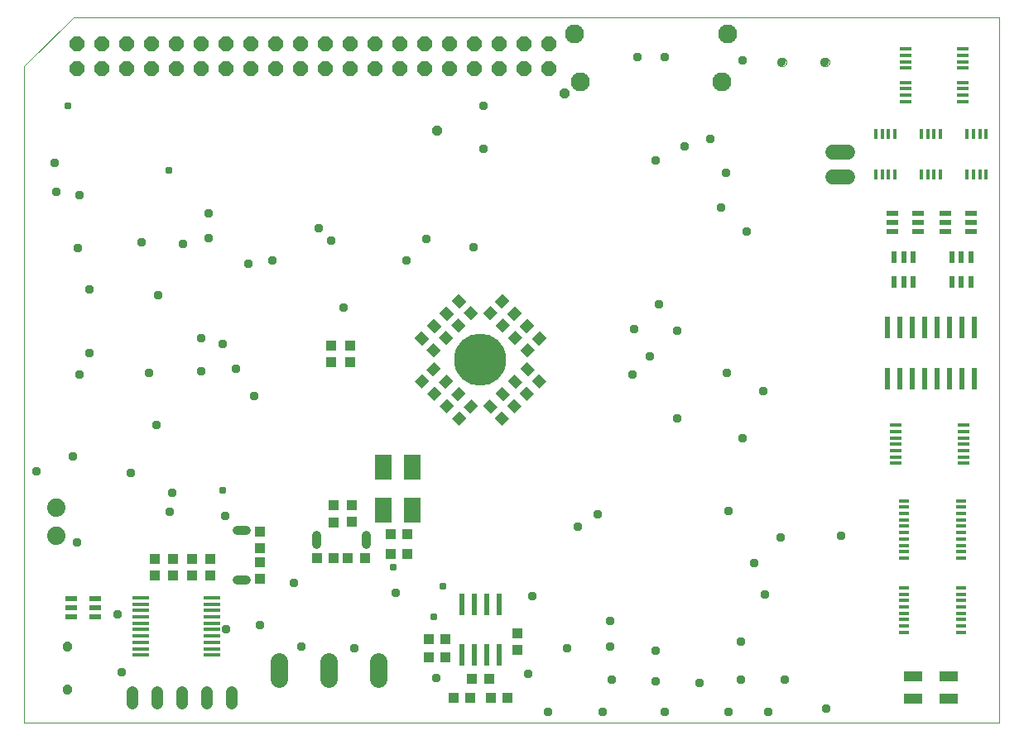
<source format=gbs>
G75*
%MOIN*%
%OFA0B0*%
%FSLAX25Y25*%
%IPPOS*%
%LPD*%
%AMOC8*
5,1,8,0,0,1.08239X$1,22.5*
%
%ADD10C,0.00000*%
%ADD11R,0.04331X0.03937*%
%ADD12R,0.03937X0.04331*%
%ADD13R,0.04921X0.01969*%
%ADD14C,0.21000*%
%ADD15R,0.02362X0.08661*%
%ADD16C,0.03778*%
%ADD17C,0.07050*%
%ADD18R,0.06600X0.01700*%
%ADD19R,0.07087X0.10236*%
%ADD20C,0.03543*%
%ADD21OC8,0.06000*%
%ADD22C,0.07677*%
%ADD23C,0.04800*%
%ADD24C,0.06000*%
%ADD25C,0.07400*%
%ADD26R,0.04724X0.01378*%
%ADD27R,0.01772X0.03937*%
%ADD28R,0.04803X0.02441*%
%ADD29R,0.02441X0.04803*%
%ADD30R,0.04724X0.01575*%
%ADD31R,0.03900X0.01200*%
%ADD32R,0.07480X0.04331*%
%ADD33OC8,0.03543*%
%ADD34OC8,0.04134*%
%ADD35OC8,0.02953*%
D10*
X0007350Y0002825D02*
X0007350Y0267340D01*
X0027035Y0287025D01*
X0399962Y0287025D01*
X0399962Y0002825D01*
X0007350Y0002825D01*
X0022728Y0016214D02*
X0022730Y0016298D01*
X0022736Y0016381D01*
X0022746Y0016464D01*
X0022760Y0016547D01*
X0022777Y0016629D01*
X0022799Y0016710D01*
X0022824Y0016789D01*
X0022853Y0016868D01*
X0022886Y0016945D01*
X0022922Y0017020D01*
X0022962Y0017094D01*
X0023005Y0017166D01*
X0023052Y0017235D01*
X0023102Y0017302D01*
X0023155Y0017367D01*
X0023211Y0017429D01*
X0023269Y0017489D01*
X0023331Y0017546D01*
X0023395Y0017599D01*
X0023462Y0017650D01*
X0023531Y0017697D01*
X0023602Y0017742D01*
X0023675Y0017782D01*
X0023750Y0017819D01*
X0023827Y0017853D01*
X0023905Y0017883D01*
X0023984Y0017909D01*
X0024065Y0017932D01*
X0024147Y0017950D01*
X0024229Y0017965D01*
X0024312Y0017976D01*
X0024395Y0017983D01*
X0024479Y0017986D01*
X0024563Y0017985D01*
X0024646Y0017980D01*
X0024730Y0017971D01*
X0024812Y0017958D01*
X0024894Y0017942D01*
X0024975Y0017921D01*
X0025056Y0017897D01*
X0025134Y0017869D01*
X0025212Y0017837D01*
X0025288Y0017801D01*
X0025362Y0017762D01*
X0025434Y0017720D01*
X0025504Y0017674D01*
X0025572Y0017625D01*
X0025637Y0017573D01*
X0025700Y0017518D01*
X0025760Y0017460D01*
X0025818Y0017399D01*
X0025872Y0017335D01*
X0025924Y0017269D01*
X0025972Y0017201D01*
X0026017Y0017130D01*
X0026058Y0017057D01*
X0026097Y0016983D01*
X0026131Y0016907D01*
X0026162Y0016829D01*
X0026189Y0016750D01*
X0026213Y0016669D01*
X0026232Y0016588D01*
X0026248Y0016506D01*
X0026260Y0016423D01*
X0026268Y0016339D01*
X0026272Y0016256D01*
X0026272Y0016172D01*
X0026268Y0016089D01*
X0026260Y0016005D01*
X0026248Y0015922D01*
X0026232Y0015840D01*
X0026213Y0015759D01*
X0026189Y0015678D01*
X0026162Y0015599D01*
X0026131Y0015521D01*
X0026097Y0015445D01*
X0026058Y0015371D01*
X0026017Y0015298D01*
X0025972Y0015227D01*
X0025924Y0015159D01*
X0025872Y0015093D01*
X0025818Y0015029D01*
X0025760Y0014968D01*
X0025700Y0014910D01*
X0025637Y0014855D01*
X0025572Y0014803D01*
X0025504Y0014754D01*
X0025434Y0014708D01*
X0025362Y0014666D01*
X0025288Y0014627D01*
X0025212Y0014591D01*
X0025134Y0014559D01*
X0025056Y0014531D01*
X0024975Y0014507D01*
X0024894Y0014486D01*
X0024812Y0014470D01*
X0024730Y0014457D01*
X0024646Y0014448D01*
X0024563Y0014443D01*
X0024479Y0014442D01*
X0024395Y0014445D01*
X0024312Y0014452D01*
X0024229Y0014463D01*
X0024147Y0014478D01*
X0024065Y0014496D01*
X0023984Y0014519D01*
X0023905Y0014545D01*
X0023827Y0014575D01*
X0023750Y0014609D01*
X0023675Y0014646D01*
X0023602Y0014686D01*
X0023531Y0014731D01*
X0023462Y0014778D01*
X0023395Y0014829D01*
X0023331Y0014882D01*
X0023269Y0014939D01*
X0023211Y0014999D01*
X0023155Y0015061D01*
X0023102Y0015126D01*
X0023052Y0015193D01*
X0023005Y0015262D01*
X0022962Y0015334D01*
X0022922Y0015408D01*
X0022886Y0015483D01*
X0022853Y0015560D01*
X0022824Y0015639D01*
X0022799Y0015718D01*
X0022777Y0015799D01*
X0022760Y0015881D01*
X0022746Y0015964D01*
X0022736Y0016047D01*
X0022730Y0016130D01*
X0022728Y0016214D01*
X0022728Y0033536D02*
X0022730Y0033620D01*
X0022736Y0033703D01*
X0022746Y0033786D01*
X0022760Y0033869D01*
X0022777Y0033951D01*
X0022799Y0034032D01*
X0022824Y0034111D01*
X0022853Y0034190D01*
X0022886Y0034267D01*
X0022922Y0034342D01*
X0022962Y0034416D01*
X0023005Y0034488D01*
X0023052Y0034557D01*
X0023102Y0034624D01*
X0023155Y0034689D01*
X0023211Y0034751D01*
X0023269Y0034811D01*
X0023331Y0034868D01*
X0023395Y0034921D01*
X0023462Y0034972D01*
X0023531Y0035019D01*
X0023602Y0035064D01*
X0023675Y0035104D01*
X0023750Y0035141D01*
X0023827Y0035175D01*
X0023905Y0035205D01*
X0023984Y0035231D01*
X0024065Y0035254D01*
X0024147Y0035272D01*
X0024229Y0035287D01*
X0024312Y0035298D01*
X0024395Y0035305D01*
X0024479Y0035308D01*
X0024563Y0035307D01*
X0024646Y0035302D01*
X0024730Y0035293D01*
X0024812Y0035280D01*
X0024894Y0035264D01*
X0024975Y0035243D01*
X0025056Y0035219D01*
X0025134Y0035191D01*
X0025212Y0035159D01*
X0025288Y0035123D01*
X0025362Y0035084D01*
X0025434Y0035042D01*
X0025504Y0034996D01*
X0025572Y0034947D01*
X0025637Y0034895D01*
X0025700Y0034840D01*
X0025760Y0034782D01*
X0025818Y0034721D01*
X0025872Y0034657D01*
X0025924Y0034591D01*
X0025972Y0034523D01*
X0026017Y0034452D01*
X0026058Y0034379D01*
X0026097Y0034305D01*
X0026131Y0034229D01*
X0026162Y0034151D01*
X0026189Y0034072D01*
X0026213Y0033991D01*
X0026232Y0033910D01*
X0026248Y0033828D01*
X0026260Y0033745D01*
X0026268Y0033661D01*
X0026272Y0033578D01*
X0026272Y0033494D01*
X0026268Y0033411D01*
X0026260Y0033327D01*
X0026248Y0033244D01*
X0026232Y0033162D01*
X0026213Y0033081D01*
X0026189Y0033000D01*
X0026162Y0032921D01*
X0026131Y0032843D01*
X0026097Y0032767D01*
X0026058Y0032693D01*
X0026017Y0032620D01*
X0025972Y0032549D01*
X0025924Y0032481D01*
X0025872Y0032415D01*
X0025818Y0032351D01*
X0025760Y0032290D01*
X0025700Y0032232D01*
X0025637Y0032177D01*
X0025572Y0032125D01*
X0025504Y0032076D01*
X0025434Y0032030D01*
X0025362Y0031988D01*
X0025288Y0031949D01*
X0025212Y0031913D01*
X0025134Y0031881D01*
X0025056Y0031853D01*
X0024975Y0031829D01*
X0024894Y0031808D01*
X0024812Y0031792D01*
X0024730Y0031779D01*
X0024646Y0031770D01*
X0024563Y0031765D01*
X0024479Y0031764D01*
X0024395Y0031767D01*
X0024312Y0031774D01*
X0024229Y0031785D01*
X0024147Y0031800D01*
X0024065Y0031818D01*
X0023984Y0031841D01*
X0023905Y0031867D01*
X0023827Y0031897D01*
X0023750Y0031931D01*
X0023675Y0031968D01*
X0023602Y0032008D01*
X0023531Y0032053D01*
X0023462Y0032100D01*
X0023395Y0032151D01*
X0023331Y0032204D01*
X0023269Y0032261D01*
X0023211Y0032321D01*
X0023155Y0032383D01*
X0023102Y0032448D01*
X0023052Y0032515D01*
X0023005Y0032584D01*
X0022962Y0032656D01*
X0022922Y0032730D01*
X0022886Y0032805D01*
X0022853Y0032882D01*
X0022824Y0032961D01*
X0022799Y0033040D01*
X0022777Y0033121D01*
X0022760Y0033203D01*
X0022746Y0033286D01*
X0022736Y0033369D01*
X0022730Y0033452D01*
X0022728Y0033536D01*
X0310592Y0269025D02*
X0310594Y0269109D01*
X0310600Y0269192D01*
X0310610Y0269275D01*
X0310624Y0269358D01*
X0310641Y0269440D01*
X0310663Y0269521D01*
X0310688Y0269600D01*
X0310717Y0269679D01*
X0310750Y0269756D01*
X0310786Y0269831D01*
X0310826Y0269905D01*
X0310869Y0269977D01*
X0310916Y0270046D01*
X0310966Y0270113D01*
X0311019Y0270178D01*
X0311075Y0270240D01*
X0311133Y0270300D01*
X0311195Y0270357D01*
X0311259Y0270410D01*
X0311326Y0270461D01*
X0311395Y0270508D01*
X0311466Y0270553D01*
X0311539Y0270593D01*
X0311614Y0270630D01*
X0311691Y0270664D01*
X0311769Y0270694D01*
X0311848Y0270720D01*
X0311929Y0270743D01*
X0312011Y0270761D01*
X0312093Y0270776D01*
X0312176Y0270787D01*
X0312259Y0270794D01*
X0312343Y0270797D01*
X0312427Y0270796D01*
X0312510Y0270791D01*
X0312594Y0270782D01*
X0312676Y0270769D01*
X0312758Y0270753D01*
X0312839Y0270732D01*
X0312920Y0270708D01*
X0312998Y0270680D01*
X0313076Y0270648D01*
X0313152Y0270612D01*
X0313226Y0270573D01*
X0313298Y0270531D01*
X0313368Y0270485D01*
X0313436Y0270436D01*
X0313501Y0270384D01*
X0313564Y0270329D01*
X0313624Y0270271D01*
X0313682Y0270210D01*
X0313736Y0270146D01*
X0313788Y0270080D01*
X0313836Y0270012D01*
X0313881Y0269941D01*
X0313922Y0269868D01*
X0313961Y0269794D01*
X0313995Y0269718D01*
X0314026Y0269640D01*
X0314053Y0269561D01*
X0314077Y0269480D01*
X0314096Y0269399D01*
X0314112Y0269317D01*
X0314124Y0269234D01*
X0314132Y0269150D01*
X0314136Y0269067D01*
X0314136Y0268983D01*
X0314132Y0268900D01*
X0314124Y0268816D01*
X0314112Y0268733D01*
X0314096Y0268651D01*
X0314077Y0268570D01*
X0314053Y0268489D01*
X0314026Y0268410D01*
X0313995Y0268332D01*
X0313961Y0268256D01*
X0313922Y0268182D01*
X0313881Y0268109D01*
X0313836Y0268038D01*
X0313788Y0267970D01*
X0313736Y0267904D01*
X0313682Y0267840D01*
X0313624Y0267779D01*
X0313564Y0267721D01*
X0313501Y0267666D01*
X0313436Y0267614D01*
X0313368Y0267565D01*
X0313298Y0267519D01*
X0313226Y0267477D01*
X0313152Y0267438D01*
X0313076Y0267402D01*
X0312998Y0267370D01*
X0312920Y0267342D01*
X0312839Y0267318D01*
X0312758Y0267297D01*
X0312676Y0267281D01*
X0312594Y0267268D01*
X0312510Y0267259D01*
X0312427Y0267254D01*
X0312343Y0267253D01*
X0312259Y0267256D01*
X0312176Y0267263D01*
X0312093Y0267274D01*
X0312011Y0267289D01*
X0311929Y0267307D01*
X0311848Y0267330D01*
X0311769Y0267356D01*
X0311691Y0267386D01*
X0311614Y0267420D01*
X0311539Y0267457D01*
X0311466Y0267497D01*
X0311395Y0267542D01*
X0311326Y0267589D01*
X0311259Y0267640D01*
X0311195Y0267693D01*
X0311133Y0267750D01*
X0311075Y0267810D01*
X0311019Y0267872D01*
X0310966Y0267937D01*
X0310916Y0268004D01*
X0310869Y0268073D01*
X0310826Y0268145D01*
X0310786Y0268219D01*
X0310750Y0268294D01*
X0310717Y0268371D01*
X0310688Y0268450D01*
X0310663Y0268529D01*
X0310641Y0268610D01*
X0310624Y0268692D01*
X0310610Y0268775D01*
X0310600Y0268858D01*
X0310594Y0268941D01*
X0310592Y0269025D01*
X0327914Y0269025D02*
X0327916Y0269109D01*
X0327922Y0269192D01*
X0327932Y0269275D01*
X0327946Y0269358D01*
X0327963Y0269440D01*
X0327985Y0269521D01*
X0328010Y0269600D01*
X0328039Y0269679D01*
X0328072Y0269756D01*
X0328108Y0269831D01*
X0328148Y0269905D01*
X0328191Y0269977D01*
X0328238Y0270046D01*
X0328288Y0270113D01*
X0328341Y0270178D01*
X0328397Y0270240D01*
X0328455Y0270300D01*
X0328517Y0270357D01*
X0328581Y0270410D01*
X0328648Y0270461D01*
X0328717Y0270508D01*
X0328788Y0270553D01*
X0328861Y0270593D01*
X0328936Y0270630D01*
X0329013Y0270664D01*
X0329091Y0270694D01*
X0329170Y0270720D01*
X0329251Y0270743D01*
X0329333Y0270761D01*
X0329415Y0270776D01*
X0329498Y0270787D01*
X0329581Y0270794D01*
X0329665Y0270797D01*
X0329749Y0270796D01*
X0329832Y0270791D01*
X0329916Y0270782D01*
X0329998Y0270769D01*
X0330080Y0270753D01*
X0330161Y0270732D01*
X0330242Y0270708D01*
X0330320Y0270680D01*
X0330398Y0270648D01*
X0330474Y0270612D01*
X0330548Y0270573D01*
X0330620Y0270531D01*
X0330690Y0270485D01*
X0330758Y0270436D01*
X0330823Y0270384D01*
X0330886Y0270329D01*
X0330946Y0270271D01*
X0331004Y0270210D01*
X0331058Y0270146D01*
X0331110Y0270080D01*
X0331158Y0270012D01*
X0331203Y0269941D01*
X0331244Y0269868D01*
X0331283Y0269794D01*
X0331317Y0269718D01*
X0331348Y0269640D01*
X0331375Y0269561D01*
X0331399Y0269480D01*
X0331418Y0269399D01*
X0331434Y0269317D01*
X0331446Y0269234D01*
X0331454Y0269150D01*
X0331458Y0269067D01*
X0331458Y0268983D01*
X0331454Y0268900D01*
X0331446Y0268816D01*
X0331434Y0268733D01*
X0331418Y0268651D01*
X0331399Y0268570D01*
X0331375Y0268489D01*
X0331348Y0268410D01*
X0331317Y0268332D01*
X0331283Y0268256D01*
X0331244Y0268182D01*
X0331203Y0268109D01*
X0331158Y0268038D01*
X0331110Y0267970D01*
X0331058Y0267904D01*
X0331004Y0267840D01*
X0330946Y0267779D01*
X0330886Y0267721D01*
X0330823Y0267666D01*
X0330758Y0267614D01*
X0330690Y0267565D01*
X0330620Y0267519D01*
X0330548Y0267477D01*
X0330474Y0267438D01*
X0330398Y0267402D01*
X0330320Y0267370D01*
X0330242Y0267342D01*
X0330161Y0267318D01*
X0330080Y0267297D01*
X0329998Y0267281D01*
X0329916Y0267268D01*
X0329832Y0267259D01*
X0329749Y0267254D01*
X0329665Y0267253D01*
X0329581Y0267256D01*
X0329498Y0267263D01*
X0329415Y0267274D01*
X0329333Y0267289D01*
X0329251Y0267307D01*
X0329170Y0267330D01*
X0329091Y0267356D01*
X0329013Y0267386D01*
X0328936Y0267420D01*
X0328861Y0267457D01*
X0328788Y0267497D01*
X0328717Y0267542D01*
X0328648Y0267589D01*
X0328581Y0267640D01*
X0328517Y0267693D01*
X0328455Y0267750D01*
X0328397Y0267810D01*
X0328341Y0267872D01*
X0328288Y0267937D01*
X0328238Y0268004D01*
X0328191Y0268073D01*
X0328148Y0268145D01*
X0328108Y0268219D01*
X0328072Y0268294D01*
X0328039Y0268371D01*
X0328010Y0268450D01*
X0327985Y0268529D01*
X0327963Y0268610D01*
X0327946Y0268692D01*
X0327932Y0268775D01*
X0327922Y0268858D01*
X0327916Y0268941D01*
X0327914Y0269025D01*
D11*
G36*
X0196719Y0172502D02*
X0199780Y0175563D01*
X0202563Y0172780D01*
X0199502Y0169719D01*
X0196719Y0172502D01*
G37*
G36*
X0191987Y0167770D02*
X0195048Y0170831D01*
X0197831Y0168048D01*
X0194770Y0164987D01*
X0191987Y0167770D01*
G37*
G36*
X0187280Y0164987D02*
X0184219Y0168048D01*
X0187002Y0170831D01*
X0190063Y0167770D01*
X0187280Y0164987D01*
G37*
G36*
X0182280Y0159987D02*
X0179219Y0163048D01*
X0182002Y0165831D01*
X0185063Y0162770D01*
X0182280Y0159987D01*
G37*
G36*
X0177280Y0154987D02*
X0174219Y0158048D01*
X0177002Y0160831D01*
X0180063Y0157770D01*
X0177280Y0154987D01*
G37*
G36*
X0172280Y0149987D02*
X0169219Y0153048D01*
X0172002Y0155831D01*
X0175063Y0152770D01*
X0172280Y0149987D01*
G37*
G36*
X0175063Y0145280D02*
X0172002Y0142219D01*
X0169219Y0145002D01*
X0172280Y0148063D01*
X0175063Y0145280D01*
G37*
G36*
X0180063Y0140280D02*
X0177002Y0137219D01*
X0174219Y0140002D01*
X0177280Y0143063D01*
X0180063Y0140280D01*
G37*
G36*
X0185063Y0135280D02*
X0182002Y0132219D01*
X0179219Y0135002D01*
X0182280Y0138063D01*
X0185063Y0135280D01*
G37*
G36*
X0190063Y0130280D02*
X0187002Y0127219D01*
X0184219Y0130002D01*
X0187280Y0133063D01*
X0190063Y0130280D01*
G37*
G36*
X0194770Y0133063D02*
X0197831Y0130002D01*
X0195048Y0127219D01*
X0191987Y0130280D01*
X0194770Y0133063D01*
G37*
G36*
X0199770Y0138063D02*
X0202831Y0135002D01*
X0200048Y0132219D01*
X0196987Y0135280D01*
X0199770Y0138063D01*
G37*
G36*
X0204770Y0143063D02*
X0207831Y0140002D01*
X0205048Y0137219D01*
X0201987Y0140280D01*
X0204770Y0143063D01*
G37*
G36*
X0209770Y0148063D02*
X0212831Y0145002D01*
X0210048Y0142219D01*
X0206987Y0145280D01*
X0209770Y0148063D01*
G37*
G36*
X0206987Y0152770D02*
X0210048Y0155831D01*
X0212831Y0153048D01*
X0209770Y0149987D01*
X0206987Y0152770D01*
G37*
G36*
X0201987Y0157770D02*
X0205048Y0160831D01*
X0207831Y0158048D01*
X0204770Y0154987D01*
X0201987Y0157770D01*
G37*
G36*
X0196987Y0162770D02*
X0200048Y0165831D01*
X0202831Y0163048D01*
X0199770Y0159987D01*
X0196987Y0162770D01*
G37*
G36*
X0201719Y0167502D02*
X0204780Y0170563D01*
X0207563Y0167780D01*
X0204502Y0164719D01*
X0201719Y0167502D01*
G37*
G36*
X0206719Y0162502D02*
X0209780Y0165563D01*
X0212563Y0162780D01*
X0209502Y0159719D01*
X0206719Y0162502D01*
G37*
G36*
X0211719Y0157502D02*
X0214780Y0160563D01*
X0217563Y0157780D01*
X0214502Y0154719D01*
X0211719Y0157502D01*
G37*
G36*
X0214502Y0143331D02*
X0217563Y0140270D01*
X0214780Y0137487D01*
X0211719Y0140548D01*
X0214502Y0143331D01*
G37*
G36*
X0209502Y0138331D02*
X0212563Y0135270D01*
X0209780Y0132487D01*
X0206719Y0135548D01*
X0209502Y0138331D01*
G37*
G36*
X0204502Y0133331D02*
X0207563Y0130270D01*
X0204780Y0127487D01*
X0201719Y0130548D01*
X0204502Y0133331D01*
G37*
G36*
X0199502Y0128331D02*
X0202563Y0125270D01*
X0199780Y0122487D01*
X0196719Y0125548D01*
X0199502Y0128331D01*
G37*
G36*
X0185331Y0125548D02*
X0182270Y0122487D01*
X0179487Y0125270D01*
X0182548Y0128331D01*
X0185331Y0125548D01*
G37*
G36*
X0180331Y0130548D02*
X0177270Y0127487D01*
X0174487Y0130270D01*
X0177548Y0133331D01*
X0180331Y0130548D01*
G37*
G36*
X0175331Y0135548D02*
X0172270Y0132487D01*
X0169487Y0135270D01*
X0172548Y0138331D01*
X0175331Y0135548D01*
G37*
G36*
X0170331Y0140548D02*
X0167270Y0137487D01*
X0164487Y0140270D01*
X0167548Y0143331D01*
X0170331Y0140548D01*
G37*
G36*
X0167548Y0154719D02*
X0164487Y0157780D01*
X0167270Y0160563D01*
X0170331Y0157502D01*
X0167548Y0154719D01*
G37*
G36*
X0172548Y0159719D02*
X0169487Y0162780D01*
X0172270Y0165563D01*
X0175331Y0162502D01*
X0172548Y0159719D01*
G37*
G36*
X0177548Y0164719D02*
X0174487Y0167780D01*
X0177270Y0170563D01*
X0180331Y0167502D01*
X0177548Y0164719D01*
G37*
G36*
X0182548Y0169719D02*
X0179487Y0172780D01*
X0182270Y0175563D01*
X0185331Y0172502D01*
X0182548Y0169719D01*
G37*
X0138525Y0154871D03*
X0138525Y0148179D03*
X0131025Y0148179D03*
X0131025Y0154871D03*
X0154989Y0078880D03*
X0161682Y0078880D03*
X0161682Y0070768D03*
X0154989Y0070768D03*
X0144371Y0069025D03*
X0137679Y0069025D03*
X0131871Y0069025D03*
X0125179Y0069025D03*
X0082275Y0068621D03*
X0082275Y0061929D03*
X0074775Y0061929D03*
X0074775Y0068621D03*
X0067275Y0068621D03*
X0067275Y0061929D03*
X0059775Y0061929D03*
X0059775Y0068621D03*
X0170179Y0029025D03*
X0176871Y0029025D03*
X0206025Y0031929D03*
X0206025Y0038621D03*
D12*
X0194371Y0020275D03*
X0187679Y0020275D03*
X0186871Y0012775D03*
X0180179Y0012775D03*
X0195179Y0012775D03*
X0201871Y0012775D03*
X0176871Y0036525D03*
X0170179Y0036525D03*
X0139257Y0083696D03*
X0139257Y0090389D03*
X0131909Y0090238D03*
X0131909Y0083545D03*
X0102275Y0079871D03*
X0102275Y0073179D03*
X0102275Y0067371D03*
X0102275Y0060679D03*
D13*
X0035946Y0052765D03*
X0035946Y0049025D03*
X0035946Y0045285D03*
X0026104Y0045285D03*
X0026104Y0049025D03*
X0026104Y0052765D03*
D14*
X0191025Y0149025D03*
D15*
X0188525Y0050511D03*
X0193525Y0050511D03*
X0198525Y0050511D03*
X0183525Y0050511D03*
X0183525Y0030039D03*
X0188525Y0030039D03*
X0193525Y0030039D03*
X0198525Y0030039D03*
X0354900Y0141426D03*
X0359900Y0141426D03*
X0364900Y0141426D03*
X0369900Y0141426D03*
X0374900Y0141426D03*
X0379900Y0141426D03*
X0384900Y0141426D03*
X0389900Y0141426D03*
X0389900Y0161899D03*
X0384900Y0161899D03*
X0379900Y0161899D03*
X0374900Y0161899D03*
X0369900Y0161899D03*
X0364900Y0161899D03*
X0359900Y0161899D03*
X0354900Y0161899D03*
D16*
X0144775Y0078414D02*
X0144775Y0074636D01*
X0124775Y0074636D02*
X0124775Y0078414D01*
X0096664Y0080275D02*
X0092886Y0080275D01*
X0092886Y0060275D02*
X0096664Y0060275D01*
D17*
X0109775Y0027550D02*
X0109775Y0020500D01*
X0129775Y0020500D02*
X0129775Y0027550D01*
X0149775Y0027550D02*
X0149775Y0020500D01*
D18*
X0082725Y0030025D03*
X0082725Y0032525D03*
X0082725Y0035125D03*
X0082725Y0037725D03*
X0082725Y0040225D03*
X0082725Y0042825D03*
X0082725Y0045325D03*
X0082725Y0047925D03*
X0082725Y0050525D03*
X0082725Y0053025D03*
X0054325Y0053025D03*
X0054325Y0050525D03*
X0054325Y0047925D03*
X0054325Y0045325D03*
X0054325Y0042825D03*
X0054325Y0040225D03*
X0054325Y0037725D03*
X0054325Y0035125D03*
X0054325Y0032525D03*
X0054325Y0030025D03*
D19*
X0151818Y0088331D03*
X0163629Y0088331D03*
X0163629Y0105654D03*
X0151818Y0105654D03*
D20*
X0024500Y0033536D03*
X0024500Y0016214D03*
X0312364Y0269025D03*
X0329686Y0269025D03*
D21*
X0218525Y0266525D03*
X0208525Y0266525D03*
X0198525Y0266525D03*
X0188525Y0266525D03*
X0178525Y0266525D03*
X0168525Y0266525D03*
X0158525Y0266525D03*
X0148525Y0266525D03*
X0138525Y0266525D03*
X0128525Y0266525D03*
X0118525Y0266525D03*
X0108525Y0266525D03*
X0098525Y0266525D03*
X0088525Y0266525D03*
X0078525Y0266525D03*
X0068525Y0266525D03*
X0058525Y0266525D03*
X0048525Y0266525D03*
X0038525Y0266525D03*
X0028525Y0266525D03*
X0028525Y0276525D03*
X0038525Y0276525D03*
X0048525Y0276525D03*
X0058525Y0276525D03*
X0068525Y0276525D03*
X0078525Y0276525D03*
X0088525Y0276525D03*
X0098525Y0276525D03*
X0108525Y0276525D03*
X0118525Y0276525D03*
X0128525Y0276525D03*
X0138525Y0276525D03*
X0148525Y0276525D03*
X0158525Y0276525D03*
X0168525Y0276525D03*
X0178525Y0276525D03*
X0188525Y0276525D03*
X0198525Y0276525D03*
X0208525Y0276525D03*
X0218525Y0276525D03*
D22*
X0228869Y0280255D03*
X0231232Y0260964D03*
X0288318Y0260964D03*
X0290681Y0280255D03*
D23*
X0091025Y0015175D02*
X0091025Y0010375D01*
X0081025Y0010375D02*
X0081025Y0015175D01*
X0071025Y0015175D02*
X0071025Y0010375D01*
X0061025Y0010375D02*
X0061025Y0015175D01*
X0051025Y0015175D02*
X0051025Y0010375D01*
D24*
X0333025Y0222775D02*
X0339025Y0222775D01*
X0339025Y0232775D02*
X0333025Y0232775D01*
D25*
X0020213Y0089475D03*
X0020213Y0078075D03*
D26*
X0362109Y0253174D03*
X0362109Y0255733D03*
X0362109Y0258292D03*
X0362109Y0260851D03*
X0362109Y0266649D03*
X0362109Y0269208D03*
X0362109Y0271767D03*
X0362109Y0274326D03*
X0385141Y0274326D03*
X0385141Y0271767D03*
X0385141Y0269208D03*
X0385141Y0266649D03*
X0385141Y0260851D03*
X0385141Y0258292D03*
X0385141Y0255733D03*
X0385141Y0253174D03*
D27*
X0386936Y0239971D03*
X0389495Y0239971D03*
X0392055Y0239971D03*
X0394614Y0239971D03*
X0394614Y0223829D03*
X0392055Y0223829D03*
X0389495Y0223829D03*
X0386936Y0223829D03*
X0376239Y0223829D03*
X0373680Y0223829D03*
X0371120Y0223829D03*
X0368561Y0223829D03*
X0357864Y0223829D03*
X0355305Y0223829D03*
X0352745Y0223829D03*
X0350186Y0223829D03*
X0350186Y0239971D03*
X0352745Y0239971D03*
X0355305Y0239971D03*
X0357864Y0239971D03*
X0368561Y0239971D03*
X0371120Y0239971D03*
X0373680Y0239971D03*
X0376239Y0239971D03*
D28*
X0378307Y0208078D03*
X0378307Y0204337D03*
X0378307Y0200597D03*
X0388543Y0200597D03*
X0388543Y0204337D03*
X0388543Y0208078D03*
X0367106Y0208078D03*
X0367106Y0204337D03*
X0367106Y0200597D03*
X0356869Y0200597D03*
X0356869Y0204337D03*
X0356869Y0208078D03*
D29*
X0357635Y0190468D03*
X0361375Y0190468D03*
X0365115Y0190468D03*
X0365115Y0180232D03*
X0361375Y0180232D03*
X0357635Y0180232D03*
X0380910Y0180232D03*
X0384650Y0180232D03*
X0388390Y0180232D03*
X0388390Y0190468D03*
X0384650Y0190468D03*
X0380910Y0190468D03*
D30*
X0385370Y0122590D03*
X0385370Y0120031D03*
X0385370Y0117472D03*
X0385370Y0114912D03*
X0385370Y0112353D03*
X0385370Y0109794D03*
X0385370Y0107235D03*
X0358205Y0107235D03*
X0358205Y0109794D03*
X0358205Y0112353D03*
X0358205Y0114912D03*
X0358205Y0117472D03*
X0358205Y0120031D03*
X0358205Y0122590D03*
D31*
X0361525Y0092128D03*
X0361525Y0089569D03*
X0361525Y0087010D03*
X0361525Y0084451D03*
X0361525Y0081892D03*
X0361525Y0079333D03*
X0361525Y0076774D03*
X0361525Y0074215D03*
X0361525Y0071656D03*
X0361525Y0069097D03*
X0361525Y0057107D03*
X0361525Y0054548D03*
X0361525Y0051989D03*
X0361525Y0049430D03*
X0361525Y0046870D03*
X0361525Y0044311D03*
X0361525Y0041752D03*
X0361525Y0039193D03*
X0384500Y0039193D03*
X0384500Y0041752D03*
X0384500Y0044311D03*
X0384500Y0046870D03*
X0384500Y0049430D03*
X0384500Y0051989D03*
X0384500Y0054548D03*
X0384500Y0057107D03*
X0384500Y0069097D03*
X0384500Y0071656D03*
X0384500Y0074215D03*
X0384500Y0076774D03*
X0384500Y0079333D03*
X0384500Y0081892D03*
X0384500Y0084451D03*
X0384500Y0087010D03*
X0384500Y0089569D03*
X0384500Y0092128D03*
D32*
X0379683Y0021440D03*
X0379683Y0012385D03*
X0365117Y0012385D03*
X0365117Y0021440D03*
D33*
X0330138Y0008338D03*
X0313600Y0019975D03*
X0306863Y0007112D03*
X0290938Y0007112D03*
X0295838Y0019975D03*
X0279300Y0018750D03*
X0261537Y0019363D03*
X0261537Y0031612D03*
X0243162Y0033450D03*
X0243162Y0043862D03*
X0226012Y0032838D03*
X0210087Y0022425D03*
X0218050Y0007112D03*
X0240100Y0007112D03*
X0243775Y0019975D03*
X0265213Y0007112D03*
X0295838Y0035288D03*
X0305638Y0054275D03*
X0301350Y0067138D03*
X0311763Y0077550D03*
X0290938Y0087962D03*
X0296450Y0117362D03*
X0270113Y0125325D03*
X0252350Y0143088D03*
X0259087Y0150438D03*
X0252962Y0161463D03*
X0262763Y0171263D03*
X0270113Y0160850D03*
X0290325Y0143700D03*
X0305025Y0136350D03*
X0238262Y0086737D03*
X0230300Y0081838D03*
X0211925Y0053662D03*
X0173337Y0020588D03*
X0140263Y0032838D03*
X0118825Y0033450D03*
X0102287Y0042025D03*
X0088525Y0040275D03*
X0115762Y0059175D03*
X0088200Y0086125D03*
X0066025Y0087775D03*
X0066763Y0095312D03*
X0050225Y0103275D03*
X0060637Y0122875D03*
X0057575Y0143700D03*
X0078400Y0144313D03*
X0087275Y0155275D03*
X0078400Y0157788D03*
X0092487Y0145538D03*
X0099837Y0134513D03*
X0135975Y0170038D03*
X0161088Y0189025D03*
X0169050Y0197600D03*
X0188037Y0194537D03*
X0192275Y0234000D03*
X0192275Y0251525D03*
X0254187Y0271100D03*
X0265213Y0271100D03*
X0296450Y0269875D03*
X0283588Y0238025D03*
X0273175Y0234962D03*
X0261537Y0229450D03*
X0289713Y0224550D03*
X0287875Y0210462D03*
X0298288Y0200662D03*
X0336263Y0078163D03*
X0156800Y0054887D03*
X0044775Y0046525D03*
X0046550Y0023037D03*
X0028525Y0075275D03*
X0012275Y0104025D03*
X0026950Y0110012D03*
X0029400Y0143088D03*
X0033688Y0151663D03*
X0061250Y0174937D03*
X0054512Y0196375D03*
X0071050Y0195762D03*
X0081463Y0198212D03*
X0081463Y0208012D03*
X0107275Y0189025D03*
X0097387Y0187800D03*
X0126025Y0202162D03*
X0131000Y0197162D03*
X0033688Y0177387D03*
X0028787Y0193925D03*
X0029400Y0215362D03*
X0020213Y0216587D03*
X0019600Y0228225D03*
D34*
X0173525Y0241525D03*
X0224775Y0256525D03*
D35*
X0065661Y0225275D03*
X0024775Y0251525D03*
X0087275Y0096525D03*
X0156025Y0065275D03*
X0176025Y0057775D03*
X0172275Y0045275D03*
M02*

</source>
